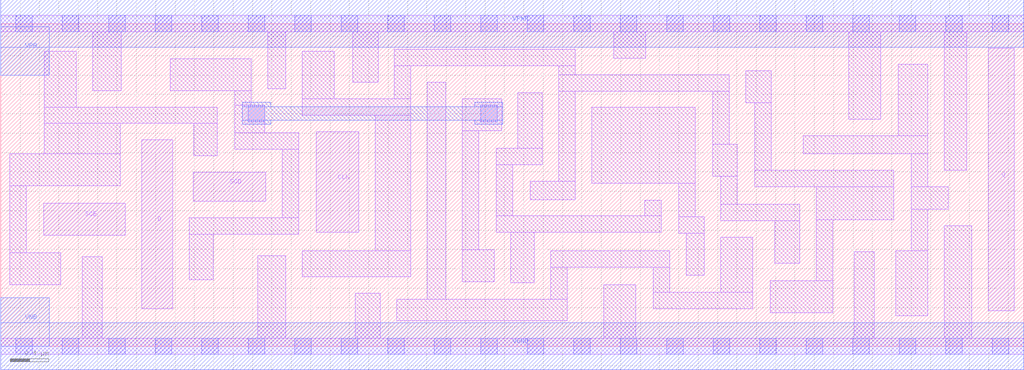
<source format=lef>
# Copyright 2020 The SkyWater PDK Authors
#
# Licensed under the Apache License, Version 2.0 (the "License");
# you may not use this file except in compliance with the License.
# You may obtain a copy of the License at
#
#     https://www.apache.org/licenses/LICENSE-2.0
#
# Unless required by applicable law or agreed to in writing, software
# distributed under the License is distributed on an "AS IS" BASIS,
# WITHOUT WARRANTIES OR CONDITIONS OF ANY KIND, either express or implied.
# See the License for the specific language governing permissions and
# limitations under the License.
#
# SPDX-License-Identifier: Apache-2.0

VERSION 5.5 ;
NAMESCASESENSITIVE ON ;
BUSBITCHARS "[]" ;
DIVIDERCHAR "/" ;
MACRO sky130_fd_sc_lp__sdfxtp_1
  CLASS CORE ;
  SOURCE USER ;
  ORIGIN  0.000000  0.000000 ;
  SIZE  10.56000 BY  3.330000 ;
  SYMMETRY X Y R90 ;
  SITE unit ;
  PIN D
    ANTENNAGATEAREA  0.159000 ;
    DIRECTION INPUT ;
    USE SIGNAL ;
    PORT
      LAYER li1 ;
        RECT 1.455000 0.385000 1.775000 2.130000 ;
    END
  END D
  PIN Q
    ANTENNADIFFAREA  0.556500 ;
    DIRECTION OUTPUT ;
    USE SIGNAL ;
    PORT
      LAYER li1 ;
        RECT 10.195000 0.365000 10.465000 3.075000 ;
    END
  END Q
  PIN SCD
    ANTENNAGATEAREA  0.159000 ;
    DIRECTION INPUT ;
    USE SIGNAL ;
    PORT
      LAYER li1 ;
        RECT 1.985000 1.495000 2.735000 1.795000 ;
    END
  END SCD
  PIN SCE
    ANTENNAGATEAREA  0.318000 ;
    DIRECTION INPUT ;
    USE SIGNAL ;
    PORT
      LAYER li1 ;
        RECT 0.445000 1.145000 1.285000 1.475000 ;
    END
  END SCE
  PIN CLK
    ANTENNAGATEAREA  0.159000 ;
    DIRECTION INPUT ;
    USE CLOCK ;
    PORT
      LAYER li1 ;
        RECT 3.255000 1.175000 3.695000 2.215000 ;
    END
  END CLK
  PIN VGND
    DIRECTION INOUT ;
    USE GROUND ;
    PORT
      LAYER met1 ;
        RECT 0.000000 -0.245000 10.560000 0.245000 ;
    END
  END VGND
  PIN VNB
    DIRECTION INOUT ;
    USE GROUND ;
    PORT
      LAYER met1 ;
        RECT 0.000000 0.000000 0.500000 0.500000 ;
    END
  END VNB
  PIN VPB
    DIRECTION INOUT ;
    USE POWER ;
    PORT
      LAYER met1 ;
        RECT 0.000000 2.800000 0.500000 3.300000 ;
    END
  END VPB
  PIN VPWR
    DIRECTION INOUT ;
    USE POWER ;
    PORT
      LAYER met1 ;
        RECT 0.000000 3.085000 10.560000 3.575000 ;
    END
  END VPWR
  OBS
    LAYER li1 ;
      RECT 0.000000 -0.085000 10.560000 0.085000 ;
      RECT 0.000000  3.245000 10.560000 3.415000 ;
      RECT 0.095000  0.635000  0.620000 0.965000 ;
      RECT 0.095000  0.965000  0.265000 1.655000 ;
      RECT 0.095000  1.655000  1.235000 1.985000 ;
      RECT 0.450000  1.985000  1.235000 2.300000 ;
      RECT 0.450000  2.300000  2.235000 2.470000 ;
      RECT 0.450000  2.470000  0.780000 3.045000 ;
      RECT 0.840000  0.085000  1.050000 0.925000 ;
      RECT 0.950000  2.640000  1.245000 3.245000 ;
      RECT 1.750000  2.640000  2.585000 2.970000 ;
      RECT 1.945000  0.685000  2.195000 1.155000 ;
      RECT 1.945000  1.155000  3.075000 1.325000 ;
      RECT 1.995000  1.965000  2.235000 2.300000 ;
      RECT 2.415000  2.035000  3.075000 2.205000 ;
      RECT 2.415000  2.205000  2.725000 2.490000 ;
      RECT 2.415000  2.490000  2.585000 2.640000 ;
      RECT 2.655000  0.085000  2.945000 0.935000 ;
      RECT 2.755000  2.660000  2.945000 3.245000 ;
      RECT 2.905000  1.325000  3.075000 2.035000 ;
      RECT 3.115000  0.715000  4.235000 0.985000 ;
      RECT 3.115000  2.385000  4.235000 2.555000 ;
      RECT 3.115000  2.555000  3.445000 3.045000 ;
      RECT 3.635000  2.725000  3.895000 3.245000 ;
      RECT 3.660000  0.085000  3.920000 0.545000 ;
      RECT 3.865000  0.985000  4.235000 2.385000 ;
      RECT 4.065000  2.555000  4.235000 2.895000 ;
      RECT 4.065000  2.895000  5.930000 3.065000 ;
      RECT 4.090000  0.265000  5.850000 0.485000 ;
      RECT 4.405000  0.485000  4.595000 2.725000 ;
      RECT 4.765000  0.665000  5.095000 0.995000 ;
      RECT 4.765000  0.995000  4.935000 2.225000 ;
      RECT 4.765000  2.225000  5.170000 2.555000 ;
      RECT 5.115000  1.175000  6.820000 1.345000 ;
      RECT 5.115000  1.345000  5.285000 1.875000 ;
      RECT 5.115000  1.875000  5.590000 2.045000 ;
      RECT 5.265000  0.655000  5.510000 1.175000 ;
      RECT 5.340000  2.045000  5.590000 2.615000 ;
      RECT 5.465000  1.515000  5.930000 1.705000 ;
      RECT 5.680000  0.485000  5.850000 0.815000 ;
      RECT 5.680000  0.815000  6.905000 0.985000 ;
      RECT 5.760000  1.705000  5.930000 2.635000 ;
      RECT 5.760000  2.635000  7.520000 2.805000 ;
      RECT 5.760000  2.805000  5.930000 2.895000 ;
      RECT 6.100000  1.685000  7.170000 2.465000 ;
      RECT 6.225000  0.085000  6.555000 0.635000 ;
      RECT 6.330000  2.975000  6.660000 3.245000 ;
      RECT 6.650000  1.345000  6.820000 1.505000 ;
      RECT 6.735000  0.385000  7.765000 0.555000 ;
      RECT 6.735000  0.555000  6.905000 0.815000 ;
      RECT 7.000000  1.165000  7.265000 1.335000 ;
      RECT 7.000000  1.335000  7.170000 1.685000 ;
      RECT 7.075000  0.735000  7.265000 1.165000 ;
      RECT 7.350000  1.755000  7.605000 2.085000 ;
      RECT 7.350000  2.085000  7.520000 2.635000 ;
      RECT 7.435000  0.555000  7.765000 1.125000 ;
      RECT 7.435000  1.295000  8.250000 1.465000 ;
      RECT 7.435000  1.465000  7.605000 1.755000 ;
      RECT 7.690000  2.515000  7.955000 2.845000 ;
      RECT 7.785000  1.645000  9.220000 1.815000 ;
      RECT 7.785000  1.815000  7.955000 2.515000 ;
      RECT 7.945000  0.345000  8.590000 0.675000 ;
      RECT 7.990000  0.855000  8.250000 1.295000 ;
      RECT 8.285000  1.985000  9.570000 2.175000 ;
      RECT 8.420000  0.675000  8.590000 1.305000 ;
      RECT 8.420000  1.305000  9.220000 1.645000 ;
      RECT 8.755000  2.345000  9.085000 3.245000 ;
      RECT 8.810000  0.085000  9.020000 0.975000 ;
      RECT 9.240000  0.315000  9.570000 0.985000 ;
      RECT 9.265000  2.175000  9.570000 2.910000 ;
      RECT 9.400000  0.985000  9.570000 1.415000 ;
      RECT 9.400000  1.415000  9.780000 1.645000 ;
      RECT 9.400000  1.645000  9.570000 1.985000 ;
      RECT 9.740000  0.085000 10.025000 1.245000 ;
      RECT 9.740000  1.815000  9.975000 3.245000 ;
    LAYER mcon ;
      RECT  0.155000 -0.085000  0.325000 0.085000 ;
      RECT  0.155000  3.245000  0.325000 3.415000 ;
      RECT  0.635000 -0.085000  0.805000 0.085000 ;
      RECT  0.635000  3.245000  0.805000 3.415000 ;
      RECT  1.115000 -0.085000  1.285000 0.085000 ;
      RECT  1.115000  3.245000  1.285000 3.415000 ;
      RECT  1.595000 -0.085000  1.765000 0.085000 ;
      RECT  1.595000  3.245000  1.765000 3.415000 ;
      RECT  2.075000 -0.085000  2.245000 0.085000 ;
      RECT  2.075000  3.245000  2.245000 3.415000 ;
      RECT  2.555000 -0.085000  2.725000 0.085000 ;
      RECT  2.555000  2.320000  2.725000 2.490000 ;
      RECT  2.555000  3.245000  2.725000 3.415000 ;
      RECT  3.035000 -0.085000  3.205000 0.085000 ;
      RECT  3.035000  3.245000  3.205000 3.415000 ;
      RECT  3.515000 -0.085000  3.685000 0.085000 ;
      RECT  3.515000  3.245000  3.685000 3.415000 ;
      RECT  3.995000 -0.085000  4.165000 0.085000 ;
      RECT  3.995000  3.245000  4.165000 3.415000 ;
      RECT  4.475000 -0.085000  4.645000 0.085000 ;
      RECT  4.475000  3.245000  4.645000 3.415000 ;
      RECT  4.955000 -0.085000  5.125000 0.085000 ;
      RECT  4.955000  2.320000  5.125000 2.490000 ;
      RECT  4.955000  3.245000  5.125000 3.415000 ;
      RECT  5.435000 -0.085000  5.605000 0.085000 ;
      RECT  5.435000  3.245000  5.605000 3.415000 ;
      RECT  5.915000 -0.085000  6.085000 0.085000 ;
      RECT  5.915000  3.245000  6.085000 3.415000 ;
      RECT  6.395000 -0.085000  6.565000 0.085000 ;
      RECT  6.395000  3.245000  6.565000 3.415000 ;
      RECT  6.875000 -0.085000  7.045000 0.085000 ;
      RECT  6.875000  3.245000  7.045000 3.415000 ;
      RECT  7.355000 -0.085000  7.525000 0.085000 ;
      RECT  7.355000  3.245000  7.525000 3.415000 ;
      RECT  7.835000 -0.085000  8.005000 0.085000 ;
      RECT  7.835000  3.245000  8.005000 3.415000 ;
      RECT  8.315000 -0.085000  8.485000 0.085000 ;
      RECT  8.315000  3.245000  8.485000 3.415000 ;
      RECT  8.795000 -0.085000  8.965000 0.085000 ;
      RECT  8.795000  3.245000  8.965000 3.415000 ;
      RECT  9.275000 -0.085000  9.445000 0.085000 ;
      RECT  9.275000  3.245000  9.445000 3.415000 ;
      RECT  9.755000 -0.085000  9.925000 0.085000 ;
      RECT  9.755000  3.245000  9.925000 3.415000 ;
      RECT 10.235000 -0.085000 10.405000 0.085000 ;
      RECT 10.235000  3.245000 10.405000 3.415000 ;
    LAYER met1 ;
      RECT 2.495000 2.290000 2.785000 2.335000 ;
      RECT 2.495000 2.335000 5.185000 2.475000 ;
      RECT 2.495000 2.475000 2.785000 2.520000 ;
      RECT 4.895000 2.290000 5.185000 2.335000 ;
      RECT 4.895000 2.475000 5.185000 2.520000 ;
  END
END sky130_fd_sc_lp__sdfxtp_1
END LIBRARY

</source>
